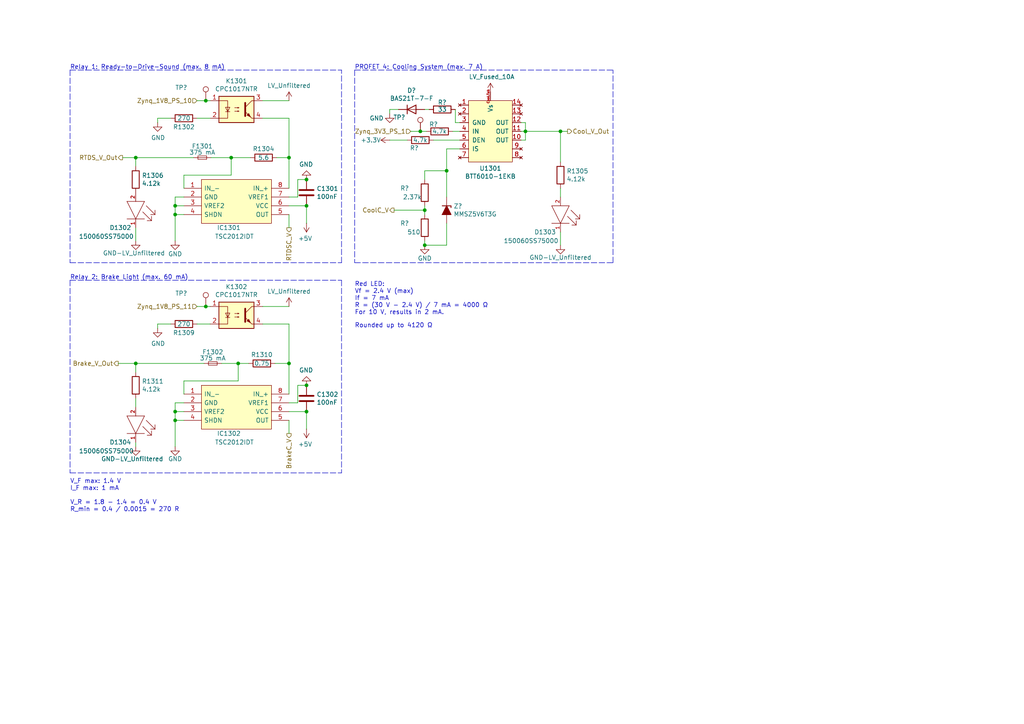
<source format=kicad_sch>
(kicad_sch (version 20231120) (generator "eeschema") (generator_version "8.0")
  (paper "A4")
  (title_block (title "Zynq-Based Master Controller") (date "2020-10-14") (rev "1.0") (company "JFH & SRM"))
  (lib_symbols
    (symbol "Connector:TestPoint" (pin_numbers hide) (pin_names (offset 0.762) hide)
      (property "Reference" "TP" (at 0 6.858 0))
      (property "Value" "TestPoint" (at 0 5.08 0))
      (symbol "TestPoint_0_1"
        (circle (center 0 3.302) (radius 0.762))
      )
      (symbol "TestPoint_1_1"
        (pin passive line (at 0 0 90) (length 2.54) (name "1") (number "1"))
      )
    )
    (symbol "Device:C" (pin_numbers hide) (pin_names (offset 0.254))
      (property "Reference" "C" (at 0.635 2.54 0))
      (property "Value" "C" (at 0.635 -2.54 0))
      (symbol "C_0_1"
        (polyline (pts (xy -2.032 -0.762) (xy 2.032 -0.762)) (stroke (width 0.508)))
        (polyline (pts (xy -2.032 0.762) (xy 2.032 0.762)) (stroke (width 0.508)))
      )
      (symbol "C_1_1"
        (pin passive line (at 0 3.81 270) (length 2.794) (name "~") (number "1"))
        (pin passive line (at 0 -3.81 90) (length 2.794) (name "~") (number "2"))
      )
    )
    (symbol "Device:D_Zener_Filled" (pin_numbers hide) (pin_names (offset 1.016) hide)
      (property "Reference" "D" (at 0 2.54 0))
      (property "Value" "D_Zener_Filled" (at 0 -2.54 0))
      (symbol "D_Zener_Filled_0_1"
        (polyline (pts (xy 1.27 0) (xy -1.27 0)))
        (polyline (pts (xy -1.27 -1.27) (xy -1.27 1.27) (xy -0.762 1.27)) (stroke (width 0.254)))
        (polyline (pts (xy 1.27 -1.27) (xy 1.27 1.27) (xy -1.27 0) (xy 1.27 -1.27)) (stroke (width 0.254)) (fill (type outline)))
      )
      (symbol "D_Zener_Filled_1_1"
        (pin passive line (at -3.81 0 0) (length 2.54) (name "K") (number "1"))
        (pin passive line (at 3.81 0 180) (length 2.54) (name "A") (number "2"))
      )
    )
    (symbol "Device:Fuse_Small" (pin_numbers hide) (pin_names (offset 0.254) hide)
      (property "Reference" "F" (at 0 -1.524 0))
      (property "Value" "Fuse_Small" (at 0 1.524 0))
      (symbol "Fuse_Small_0_1"
        (rectangle (start -1.27 0.508) (end 1.27 -0.508))
        (polyline (pts (xy -1.27 0) (xy 1.27 0)))
      )
      (symbol "Fuse_Small_1_1"
        (pin passive line (at -2.54 0 0) (length 1.27) (name "~") (number "1"))
        (pin passive line (at 2.54 0 180) (length 1.27) (name "~") (number "2"))
      )
    )
    (symbol "Device:R" (pin_numbers hide) (pin_names (offset 0))
      (property "Reference" "R" (at 2.032 0 90))
      (property "Value" "R" (at 0 0 90))
      (symbol "R_0_1"
        (rectangle (start -1.016 -2.54) (end 1.016 2.54) (stroke (width 0.254)))
      )
      (symbol "R_1_1"
        (pin passive line (at 0 3.81 270) (length 1.27) (name "~") (number "1"))
        (pin passive line (at 0 -3.81 90) (length 1.27) (name "~") (number "2"))
      )
    )
    (symbol "Diode:BAS21" (pin_numbers hide) (pin_names hide)
      (property "Reference" "D" (at 0 2.54 0))
      (property "Value" "BAS21" (at 0 -2.54 0))
      (symbol "BAS21_0_1"
        (polyline (pts (xy -1.27 1.27) (xy -1.27 -1.27)) (stroke (width 0.254)))
        (polyline (pts (xy 1.27 0) (xy -1.27 0)))
        (polyline (pts (xy 1.27 1.27) (xy 1.27 -1.27) (xy -1.27 0) (xy 1.27 1.27)) (stroke (width 0.254)))
      )
      (symbol "BAS21_1_1"
        (pin passive line (at 3.81 0 180) (length 2.54) (name "A") (number "1"))
        (pin no_connect line (at -1.27 0 0) (length 2.54) hide (name "NC") (number "2"))
        (pin passive line (at -3.81 0 0) (length 2.54) (name "K") (number "3"))
      )
    )
    (symbol "Vikings_actives:BTT6010-1EKB" (pin_names (offset 1.016))
      (property "Reference" "U" (at 6.35 -21.59 0))
      (property "Value" "BTT6010-1EKB" (at 6.35 -19.05 0))
      (symbol "BTT6010-1EKB_0_1"
        (rectangle (start 0 0) (end 12.7 -17.78) (fill (type background)))
      )
      (symbol "BTT6010-1EKB_1_1"
        (pin no_connect line (at -2.54 -1.27 0) (length 2.54) (name "~") (number "1"))
        (pin passive line (at 15.24 -11.43 180) (length 2.54) (name "OUT") (number "10"))
        (pin power_out line (at 15.24 -8.89 180) (length 2.54) (name "OUT") (number "11"))
        (pin passive line (at 15.24 -6.35 180) (length 2.54) (name "OUT") (number "12"))
        (pin no_connect line (at 15.24 -3.81 180) (length 2.54) (name "~") (number "13"))
        (pin no_connect line (at 15.24 -1.27 180) (length 2.54) (name "~") (number "14"))
        (pin no_connect line (at -2.54 -3.81 0) (length 2.54) (name "~") (number "2"))
        (pin power_in line (at -2.54 -6.35 0) (length 2.54) (name "GND") (number "3"))
        (pin input line (at -2.54 -8.89 0) (length 2.54) (name "IN") (number "4"))
        (pin input line (at -2.54 -11.43 0) (length 2.54) (name "DEN") (number "5"))
        (pin output line (at -2.54 -13.97 0) (length 2.54) (name "IS") (number "6"))
        (pin no_connect line (at -2.54 -16.51 0) (length 2.54) (name "~") (number "7"))
        (pin no_connect line (at 15.24 -16.51 180) (length 2.54) (name "~") (number "8"))
        (pin no_connect line (at 15.24 -13.97 180) (length 2.54) (name "~") (number "9"))
        (pin power_in line (at 6.35 2.54 270) (length 2.54) (name "Vs") (number "Cool.Tab"))
      )
    )
    (symbol "Vikings_actives:CPC1017NTR" (pin_names (offset 0.762))
      (property "Reference" "K" (at 31.75 7.62 0))
      (property "Value" "CPC1017NTR" (at 31.75 5.08 0))
      (symbol "CPC1017NTR_1_1"
        (polyline (pts (xy 4.445 -3.175) (xy 5.715 -3.175)))
        (polyline (pts (xy 10.16 -0.635) (xy 10.16 -4.445) (xy 10.16 -4.445)) (stroke (width 0.508)))
        (polyline (pts (xy 2.54 0) (xy 5.08 0) (xy 5.08 -5.08) (xy 2.54 -5.08)))
        (polyline (pts (xy 5.08 -3.175) (xy 4.445 -1.905) (xy 5.715 -1.905) (xy 5.08 -3.175)))
        (polyline (pts (xy 7.112 -3.048) (xy 8.382 -3.048) (xy 8.001 -3.175) (xy 8.001 -2.921) (xy 8.382 -3.048)))
        (polyline (pts (xy 7.112 -2.032) (xy 8.382 -2.032) (xy 8.001 -2.159) (xy 8.001 -1.905) (xy 8.382 -2.032)))
        (polyline (pts (xy 10.668 -4.191) (xy 11.176 -3.683) (xy 11.684 -4.699) (xy 10.668 -4.191) (xy 10.668 -4.191)) (fill (type outline)))
        (polyline (pts (xy 12.7 0) (xy 12.065 0) (xy 10.16 -1.905) (xy 10.16 -3.175) (xy 12.065 -5.08) (xy 12.7 -5.08)))
        (rectangle (start 2.54 1.27) (end 12.7 -6.35) (stroke (width 0.254)) (fill (type background)))
        (pin passive line (at 0 0 0) (length 2.54) (name "~") (number "1"))
        (pin passive line (at 0 -5.08 0) (length 2.54) (name "~") (number "2"))
        (pin passive line (at 15.24 0 180) (length 2.54) (name "~") (number "3"))
        (pin passive line (at 15.24 -5.08 180) (length 2.54) (name "~") (number "4"))
      )
    )
    (symbol "Vikings_actives:TSC2012IDT" (pin_names (offset 0.762))
      (property "Reference" "IC" (at 26.67 7.62 0))
      (property "Value" "TSC2012IDT" (at 26.67 5.08 0))
      (symbol "TSC2012IDT_0_0"
        (pin passive line (at 0 0 0) (length 5.08) (name "IN_-") (number "1"))
        (pin passive line (at 0 -2.54 0) (length 5.08) (name "GND") (number "2"))
        (pin passive line (at 0 -5.08 0) (length 5.08) (name "VREF2") (number "3"))
        (pin passive line (at 0 -7.62 0) (length 5.08) (name "SHDN") (number "4"))
        (pin passive line (at 30.48 -7.62 180) (length 5.08) (name "OUT") (number "5"))
        (pin passive line (at 30.48 -5.08 180) (length 5.08) (name "VCC") (number "6"))
        (pin passive line (at 30.48 -2.54 180) (length 5.08) (name "VREF1") (number "7"))
        (pin passive line (at 30.48 0 180) (length 5.08) (name "IN_+") (number "8"))
      )
      (symbol "TSC2012IDT_0_1"
        (polyline (pts (xy 5.08 2.54) (xy 25.4 2.54) (xy 25.4 -10.16) (xy 5.08 -10.16) (xy 5.08 2.54)) (fill (type background)))
      )
    )
    (symbol "Vikings_misc:GND-LV_Unfiltered" (power) (pin_names (offset 0))
      (property "Value" "GND-LV_Unfiltered" (at 0 -3.81 0))
      (symbol "GND-LV_Unfiltered_0_1"
        (polyline (pts (xy 0 0) (xy 0 -1.27) (xy 1.27 -1.27) (xy 0 -2.54) (xy -1.27 -1.27) (xy 0 -1.27)))
      )
      (symbol "GND-LV_Unfiltered_1_1"
        (pin power_in line (at 0 0 270) (length 0) hide (name "GND-LV_Unfiltered") (number "1"))
      )
    )
    (symbol "Vikings_misc:LV_Fused-1" (power) (pin_names (offset 0))
      (property "Value" "LV_Fused-1" (at 0 3.556 0))
      (symbol "LV_Fused-1_0_1"
        (polyline (pts (xy -0.762 1.27) (xy 0 2.54)))
        (polyline (pts (xy 0 0) (xy 0 2.54)))
        (polyline (pts (xy 0 2.54) (xy 0.762 1.27)))
      )
      (symbol "LV_Fused-1_1_1"
        (pin power_in line (at 0 0 90) (length 0) hide (name "LV_Fused_10A") (number "1"))
      )
    )
    (symbol "Vikings_misc:LV_Unfiltered" (power) (pin_names (offset 0))
      (property "Value" "LV_Unfiltered" (at 0 5.08 0))
      (symbol "LV_Unfiltered_1_1"
        (polyline (pts (xy -0.762 1.27) (xy 0 2.54)))
        (polyline (pts (xy 0 0) (xy 0 2.54)))
        (polyline (pts (xy 0 2.54) (xy 0.762 1.27)))
        (pin power_in line (at 0 0 90) (length 0) hide (name "LV_Unfiltered") (number "1"))
      )
    )
    (symbol "Vikings_passives:150060SS75000" (pin_names (offset 1.016))
      (property "Reference" "LED" (at 0 10.16 0))
      (property "Value" "150060SS75000" (at 0 12.7 0))
      (symbol "150060SS75000_1_1"
        (polyline (pts (xy 0 -2.54) (xy 5.08 0)))
        (polyline (pts (xy 0 2.54) (xy 0 -2.54)))
        (polyline (pts (xy 0 2.54) (xy 5.08 0)))
        (polyline (pts (xy 1.27 3.048) (xy 3.81 5.588)))
        (polyline (pts (xy 3.048 2.032) (xy 5.588 4.572)))
        (polyline (pts (xy 3.81 5.588) (xy 2.54 5.588)))
        (polyline (pts (xy 3.81 5.588) (xy 3.81 4.318)))
        (polyline (pts (xy 5.08 2.54) (xy 5.08 -2.54)))
        (polyline (pts (xy 5.588 4.572) (xy 4.318 4.572)))
        (polyline (pts (xy 5.588 4.572) (xy 5.588 3.302)))
        (pin passive line (at 7.62 0 180) (length 2.54) (name "CATHODE") (number "1"))
        (pin passive line (at -2.54 0 0) (length 2.54) (name "ANODE") (number "2"))
      )
    )
    (symbol "power:+3.3V" (power) (pin_numbers hide) (pin_names (offset 0) hide)
      (property "Value" "+3.3V" (at 0 3.556 0))
      (symbol "+3.3V_0_1"
        (polyline (pts (xy -0.762 1.27) (xy 0 2.54)))
        (polyline (pts (xy 0 0) (xy 0 2.54)))
        (polyline (pts (xy 0 2.54) (xy 0.762 1.27)))
      )
      (symbol "+3.3V_1_1"
        (pin power_in line (at 0 0 90) (length 0) (name "~") (number "1"))
      )
    )
    (symbol "power:+5V" (power) (pin_numbers hide) (pin_names (offset 0) hide)
      (property "Value" "+5V" (at 0 3.556 0))
      (symbol "+5V_0_1"
        (polyline (pts (xy -0.762 1.27) (xy 0 2.54)))
        (polyline (pts (xy 0 0) (xy 0 2.54)))
        (polyline (pts (xy 0 2.54) (xy 0.762 1.27)))
      )
      (symbol "+5V_1_1"
        (pin power_in line (at 0 0 90) (length 0) (name "~") (number "1"))
      )
    )
    (symbol "power:GND" (power) (pin_numbers hide) (pin_names (offset 0) hide)
      (property "Value" "GND" (at 0 -3.81 0))
      (symbol "GND_0_1"
        (polyline (pts (xy 0 0) (xy 0 -1.27) (xy 1.27 -1.27) (xy 0 -2.54) (xy -1.27 -1.27) (xy 0 -1.27)))
      )
      (symbol "GND_1_1"
        (pin power_in line (at 0 0 270) (length 0) (name "~") (number "1"))
      )
    )
  )
  (junction (at 121.92 38.1))
  (junction (at 50.8 59.69))
  (junction (at 123.19 71.12))
  (junction (at 123.19 60.96))
  (junction (at 83.82 105.41))
  (junction (at 69.088 105.41))
  (junction (at 39.37 45.72))
  (junction (at 88.9 111.76))
  (junction (at 50.8 62.23))
  (junction (at 152.4 38.1))
  (junction (at 39.37 105.41))
  (junction (at 129.54 49.53))
  (junction (at 67.056 45.72))
  (junction (at 162.56 38.1))
  (junction (at 50.8 119.38))
  (junction (at 83.82 45.72))
  (junction (at 88.9 52.07))
  (junction (at 88.9 119.38))
  (junction (at 88.9 59.69))
  (junction (at 59.69 29.21))
  (junction (at 59.69 88.9))
  (junction (at 50.8 121.92))
  (polyline (pts (xy 20.32 81.28) (xy 99.06 81.28)) (stroke (width 0) (type dash)))
  (wire (pts (xy 57.15 29.21) (xy 59.69 29.21)))
  (wire (pts (xy 39.37 115.57) (xy 39.37 118.11)))
  (wire (pts (xy 121.92 38.1) (xy 123.698 38.1)))
  (wire (pts (xy 59.69 29.21) (xy 60.96 29.21)))
  (polyline (pts (xy 102.87 20.32) (xy 177.8 20.32)) (stroke (width 0) (type dash)))
  (wire (pts (xy 113.03 31.75) (xy 113.03 33.02)))
  (wire (pts (xy 50.8 121.92) (xy 50.8 129.54)))
  (wire (pts (xy 64.262 105.41) (xy 69.088 105.41)))
  (wire (pts (xy 123.19 59.69) (xy 123.19 60.96)))
  (wire (pts (xy 53.34 116.84) (xy 50.8 116.84)))
  (wire (pts (xy 50.8 62.23) (xy 50.8 59.69)))
  (wire (pts (xy 83.82 93.98) (xy 83.82 105.41)))
  (wire (pts (xy 125.73 40.64) (xy 133.35 40.64)))
  (wire (pts (xy 39.37 45.72) (xy 35.56 45.72)))
  (polyline (pts (xy 20.32 137.16) (xy 99.06 137.16)) (stroke (width 0) (type dash)))
  (wire (pts (xy 60.96 34.29) (xy 57.15 34.29)))
  (wire (pts (xy 162.56 38.1) (xy 164.592 38.1)))
  (wire (pts (xy 56.134 45.72) (xy 39.37 45.72)))
  (wire (pts (xy 69.088 110.49) (xy 53.34 110.49)))
  (wire (pts (xy 50.8 116.84) (xy 50.8 119.38)))
  (wire (pts (xy 83.82 105.41) (xy 79.756 105.41)))
  (wire (pts (xy 83.82 45.72) (xy 80.264 45.72)))
  (wire (pts (xy 124.46 31.75) (xy 123.19 31.75)))
  (wire (pts (xy 151.13 40.64) (xy 152.4 40.64)))
  (wire (pts (xy 39.37 48.26) (xy 39.37 45.72)))
  (wire (pts (xy 69.088 105.41) (xy 69.088 110.49)))
  (polyline (pts (xy 20.32 20.32) (xy 20.32 76.2)) (stroke (width 0) (type dash)))
  (wire (pts (xy 83.82 57.15) (xy 86.36 57.15)))
  (wire (pts (xy 76.2 34.29) (xy 83.82 34.29)))
  (polyline (pts (xy 20.32 76.2) (xy 99.06 76.2)) (stroke (width 0) (type dash)))
  (wire (pts (xy 113.03 40.64) (xy 118.11 40.64)))
  (wire (pts (xy 49.53 34.29) (xy 45.72 34.29)))
  (wire (pts (xy 50.8 62.23) (xy 50.8 69.85)))
  (wire (pts (xy 67.056 45.72) (xy 72.644 45.72)))
  (wire (pts (xy 83.82 59.69) (xy 88.9 59.69)))
  (wire (pts (xy 67.056 50.8) (xy 53.34 50.8)))
  (wire (pts (xy 86.36 52.07) (xy 88.9 52.07)))
  (wire (pts (xy 162.56 38.1) (xy 162.56 46.99)))
  (wire (pts (xy 60.96 93.98) (xy 57.15 93.98)))
  (wire (pts (xy 132.08 35.56) (xy 132.08 31.75)))
  (wire (pts (xy 67.056 45.72) (xy 67.056 50.8)))
  (wire (pts (xy 115.57 31.75) (xy 113.03 31.75)))
  (wire (pts (xy 59.69 88.9) (xy 60.96 88.9)))
  (wire (pts (xy 152.4 38.1) (xy 151.13 38.1)))
  (wire (pts (xy 162.56 71.12) (xy 162.56 67.31)))
  (wire (pts (xy 83.82 62.23) (xy 83.82 66.04)))
  (wire (pts (xy 83.82 116.84) (xy 86.36 116.84)))
  (wire (pts (xy 83.82 119.38) (xy 88.9 119.38)))
  (wire (pts (xy 34.29 105.41) (xy 39.37 105.41)))
  (wire (pts (xy 86.36 111.76) (xy 88.9 111.76)))
  (polyline (pts (xy 99.06 76.2) (xy 99.06 20.32)) (stroke (width 0) (type dash)))
  (wire (pts (xy 50.8 119.38) (xy 53.34 119.38)))
  (wire (pts (xy 88.9 119.38) (xy 88.9 124.46)))
  (polyline (pts (xy 99.06 81.28) (xy 99.06 137.16)) (stroke (width 0) (type dash)))
  (wire (pts (xy 53.34 121.92) (xy 50.8 121.92)))
  (wire (pts (xy 86.36 116.84) (xy 86.36 111.76)))
  (wire (pts (xy 69.088 105.41) (xy 72.136 105.41)))
  (wire (pts (xy 129.54 71.12) (xy 123.19 71.12)))
  (wire (pts (xy 123.19 69.85) (xy 123.19 71.12)))
  (wire (pts (xy 50.8 121.92) (xy 50.8 119.38)))
  (wire (pts (xy 86.36 57.15) (xy 86.36 52.07)))
  (wire (pts (xy 53.34 50.8) (xy 53.34 54.61)))
  (wire (pts (xy 76.2 29.21) (xy 83.82 29.21)))
  (polyline (pts (xy 177.8 76.2) (xy 177.8 20.32)) (stroke (width 0) (type dash)))
  (wire (pts (xy 61.214 45.72) (xy 67.056 45.72)))
  (wire (pts (xy 152.4 40.64) (xy 152.4 38.1)))
  (wire (pts (xy 45.72 34.29) (xy 45.72 35.56)))
  (wire (pts (xy 53.34 57.15) (xy 50.8 57.15)))
  (polyline (pts (xy 102.87 76.2) (xy 177.8 76.2)) (stroke (width 0) (type dash)))
  (wire (pts (xy 57.15 88.9) (xy 59.69 88.9)))
  (wire (pts (xy 152.4 38.1) (xy 162.56 38.1)))
  (wire (pts (xy 50.8 57.15) (xy 50.8 59.69)))
  (wire (pts (xy 83.82 121.92) (xy 83.82 125.73)))
  (wire (pts (xy 123.19 49.53) (xy 129.54 49.53)))
  (wire (pts (xy 129.54 49.53) (xy 129.54 57.15)))
  (wire (pts (xy 49.53 93.98) (xy 45.72 93.98)))
  (wire (pts (xy 50.8 59.69) (xy 53.34 59.69)))
  (wire (pts (xy 39.37 128.27) (xy 39.37 129.54)))
  (wire (pts (xy 53.34 110.49) (xy 53.34 114.3)))
  (wire (pts (xy 83.82 45.72) (xy 83.82 54.61)))
  (wire (pts (xy 76.2 93.98) (xy 83.82 93.98)))
  (wire (pts (xy 162.56 54.61) (xy 162.56 57.15)))
  (wire (pts (xy 119.126 38.1) (xy 121.92 38.1)))
  (polyline (pts (xy 20.32 81.28) (xy 20.32 137.16)) (stroke (width 0) (type dash)))
  (wire (pts (xy 123.19 60.96) (xy 123.19 62.23)))
  (wire (pts (xy 39.37 69.85) (xy 39.37 66.04)))
  (wire (pts (xy 123.19 52.07) (xy 123.19 49.53)))
  (wire (pts (xy 129.54 43.18) (xy 133.35 43.18)))
  (wire (pts (xy 83.82 34.29) (xy 83.82 45.72)))
  (wire (pts (xy 39.37 107.95) (xy 39.37 105.41)))
  (wire (pts (xy 114.3 60.96) (xy 123.19 60.96)))
  (wire (pts (xy 152.4 35.56) (xy 152.4 38.1)))
  (wire (pts (xy 88.9 59.69) (xy 88.9 64.77)))
  (wire (pts (xy 131.318 38.1) (xy 133.35 38.1)))
  (wire (pts (xy 76.2 88.9) (xy 83.82 88.9)))
  (wire (pts (xy 151.13 35.56) (xy 152.4 35.56)))
  (polyline (pts (xy 102.87 20.32) (xy 102.87 76.2)) (stroke (width 0) (type dash)))
  (wire (pts (xy 129.54 64.77) (xy 129.54 71.12)))
  (wire (pts (xy 45.72 93.98) (xy 45.72 95.25)))
  (wire (pts (xy 83.82 105.41) (xy 83.82 114.3)))
  (wire (pts (xy 39.37 105.41) (xy 59.182 105.41)))
  (polyline (pts (xy 20.32 20.32) (xy 99.06 20.32)) (stroke (width 0) (type dash)))
  (wire (pts (xy 129.54 49.53) (xy 129.54 43.18)))
  (wire (pts (xy 53.34 62.23) (xy 50.8 62.23)))
  (wire (pts (xy 133.35 35.56) (xy 132.08 35.56)))
  (text "Relay 1: Ready-to-Drive-Sound (max. 8 mA)" (at 20.32 20.32 0) (effects (font (size 1.27 1.27)) (justify left bottom)))
  (text "PROFET 4: Cooling System (max. 7 A)" (at 102.87 20.32 0) (effects (font (size 1.27 1.27)) (justify left bottom)))
  (text "Rounded up to 4120 Ω" (at 102.87 95.25 0) (effects (font (size 1.27 1.27)) (justify left bottom)))
  (text "Red LED:\nVf = 2.4 V (max)\nIf = 7 mA\nR = (30 V - 2.4 V) / 7 mA = 4000 Ω\nFor 10 V, results in 2 mA." (at 102.87 91.44 0) (effects (font (size 1.27 1.27)) (justify left bottom)))
  (text "Relay 2: Brake Light (max. 60 mA)" (at 20.32 81.28 0) (effects (font (size 1.27 1.27)) (justify left bottom)))
  (text "V_F max: 1.4 V\nI_F max: 1 mA\n\nV_R = 1.8 - 1.4 = 0.4 V\nR_min = 0.4 / 0.0015 = 270 R" (at 20.32 148.59 0) (effects (font (size 1.27 1.27)) (justify left bottom)))
  (hierarchical_label "RTDSC_V" (shape output) (at 83.82 66.04 270))
  (hierarchical_label "CoolC_V" (shape output) (at 114.3 60.96 180))
  (hierarchical_label "Zynq_3V3_PS_1" (shape input) (at 119.126 38.1 180))
  (hierarchical_label "BrakeC_V" (shape output) (at 83.82 125.73 270))
  (hierarchical_label "RTDS_V_Out" (shape output) (at 35.56 45.72 180))
  (hierarchical_label "Cool_V_Out" (shape output) (at 164.592 38.1 0))
  (hierarchical_label "Zynq_1V8_PS_10" (shape input) (at 57.15 29.21 180))
  (hierarchical_label "Zynq_1V8_PS_11" (shape input) (at 57.15 88.9 180))
  (hierarchical_label "Brake_V_Out" (shape output) (at 34.29 105.41 180))
  (symbol (lib_id "Vikings_misc:LV_Unfiltered") (at 83.82 29.21 0) (unit 1)
    (property "Reference" "#PWR0415" (effects (hide yes)))
    (property "Value" "LV_Unfiltered" (at 83.82 24.8158 0))
  )
  (symbol (lib_id "Vikings_misc:LV_Unfiltered") (at 83.82 88.9 0) (unit 1)
    (property "Reference" "#PWR0416" (effects (hide yes)))
    (property "Value" "LV_Unfiltered" (at 83.82 84.5058 0))
  )
  (symbol (lib_id "Device:R") (at 162.56 50.8 0) (unit 1)
    (property "Reference" "R1305" (at 164.338 49.6316 0) (effects (justify left)))
    (property "Value" "4.12k" (at 164.338 51.943 0) (effects (justify left)))
    (property "Footprint" "Resistor_SMD:R_0805_2012Metric" (effects (hide yes)))
  )
  (symbol (lib_id "Vikings_passives:150060SS75000") (at 162.56 59.69 270) (unit 1)
    (property "Reference" "D1303" (at 154.94 67.31 90) (effects (justify left)))
    (property "Value" "150060SS75000" (at 146.05 69.85 90) (effects (justify left)))
    (property "Footprint" "Vikings_devices:Wurth_150060SS75000" (effects (hide yes)))
    (property "Datasheet" "http://katalog.we-online.com/led/datasheet/150060SS75000.pdf" (effects (hide yes)))
    (property "Color" "Red" (effects (hide yes)))
    (property "Component Link 1 Description" "Manufacturer URL" (effects (hide yes)))
    (property "Component Link 1 URL" "http://www.we-online.com" (effects (hide yes)))
    (property "category" "UNK" (effects (hide yes)))
    (property "ciiva ids" "12518860" (effects (hide yes)))
    (property "library id" "c86f0b01d77e687a" (effects (hide yes)))
    (property "manufacturer" "Wuerth Elektronik" (effects (hide yes)))
    (property "package" "0603_A" (effects (hide yes)))
    (property "release date" "1421305860" (effects (hide yes)))
    (property "vault revision" "5144AC10-0A10-433C-B4D0-D5D668B210EE" (effects (hide yes)))
    (property "imported" "yes" (effects (hide yes)))
  )
  (symbol (lib_id "Device:Fuse_Small") (at 61.722 105.41 0) (unit 1)
    (property "Reference" "F1302" (at 61.722 102.108 0))
    (property "Value" "375 mA" (at 61.722 103.886 0))
    (property "Footprint" "Vikings_devices:Littlefuse_Nano_Clip" (effects (hide yes)))
    (property "Datasheet" "https://m.littelfuse.com/~/media/electronics/datasheets/fuses/littelfuse_fuse_157_datasheet.pdf.pdf" (effects (hide yes)))
    (property "Manufacturer" "Littelfuse" (effects (hide yes)))
    (property "Man. Part No." "0157.375DR" (effects (hide yes)))
  )
  (symbol (lib_id "Device:R") (at 39.37 52.07 0) (unit 1)
    (property "Reference" "R1306" (at 41.148 50.9016 0) (effects (justify left)))
    (property "Value" "4.12k" (at 41.148 53.213 0) (effects (justify left)))
    (property "Footprint" "Resistor_SMD:R_0805_2012Metric" (effects (hide yes)))
  )
  (symbol (lib_id "Vikings_passives:150060SS75000") (at 39.37 58.42 270) (unit 1)
    (property "Reference" "D1302" (at 31.75 66.04 90) (effects (justify left)))
    (property "Value" "150060SS75000" (at 22.86 68.58 90) (effects (justify left)))
    (property "Footprint" "Vikings_devices:Wurth_150060SS75000" (effects (hide yes)))
    (property "Datasheet" "http://katalog.we-online.com/led/datasheet/150060SS75000.pdf" (effects (hide yes)))
    (property "Color" "Red" (effects (hide yes)))
    (property "Component Link 1 Description" "Manufacturer URL" (effects (hide yes)))
    (property "Component Link 1 URL" "http://www.we-online.com" (effects (hide yes)))
    (property "category" "UNK" (effects (hide yes)))
    (property "ciiva ids" "12518860" (effects (hide yes)))
    (property "library id" "c86f0b01d77e687a" (effects (hide yes)))
    (property "manufacturer" "Wuerth Elektronik" (effects (hide yes)))
    (property "package" "0603_A" (effects (hide yes)))
    (property "release date" "1421305860" (effects (hide yes)))
    (property "vault revision" "5144AC10-0A10-433C-B4D0-D5D668B210EE" (effects (hide yes)))
    (property "imported" "yes" (effects (hide yes)))
  )
  (symbol (lib_id "Device:R") (at 121.92 40.64 270) (unit 1)
    (property "Reference" "R?" (at 118.872 42.926 90) (effects (justify left)))
    (property "Value" "4.7k" (at 119.761 40.64 90) (effects (justify left)))
    (property "Footprint" "Resistor_SMD:R_0603_1608Metric" (effects (hide yes)))
    (instances (project "" (path "" (reference "R?") (unit 1)) (path "" (reference "R1303") (unit 1))))
  )
  (symbol (lib_id "Device:R") (at 39.37 111.76 0) (unit 1)
    (property "Reference" "R1311" (at 41.148 110.5916 0) (effects (justify left)))
    (property "Value" "4.12k" (at 41.148 112.903 0) (effects (justify left)))
    (property "Footprint" "Resistor_SMD:R_0805_2012Metric" (effects (hide yes)))
  )
  (symbol (lib_id "Vikings_passives:150060SS75000") (at 39.37 120.65 270) (unit 1)
    (property "Reference" "D1304" (at 31.75 128.27 90) (effects (justify left)))
    (property "Value" "150060SS75000" (at 22.86 130.81 90) (effects (justify left)))
    (property "Footprint" "Vikings_devices:Wurth_150060SS75000" (effects (hide yes)))
    (property "Datasheet" "http://katalog.we-online.com/led/datasheet/150060SS75000.pdf" (effects (hide yes)))
    (property "Color" "Red" (effects (hide yes)))
    (property "Component Link 1 Description" "Manufacturer URL" (effects (hide yes)))
    (property "Component Link 1 URL" "http://www.we-online.com" (effects (hide yes)))
    (property "category" "UNK" (effects (hide yes)))
    (property "ciiva ids" "12518860" (effects (hide yes)))
    (property "library id" "c86f0b01d77e687a" (effects (hide yes)))
    (property "manufacturer" "Wuerth Elektronik" (effects (hide yes)))
    (property "package" "0603_A" (effects (hide yes)))
    (property "release date" "1421305860" (effects (hide yes)))
    (property "vault revision" "5144AC10-0A10-433C-B4D0-D5D668B210EE" (effects (hide yes)))
    (property "imported" "yes" (effects (hide yes)))
  )
  (symbol (lib_id "Connector:TestPoint") (at 59.69 29.21 0) (unit 1)
    (property "Reference" "TP?" (at 50.8 25.4 0) (effects (justify left)))
    (property "Value" "TestPoint" (effects (hide yes)))
    (property "Footprint" "TestPoint:TestPoint_Pad_1.0x1.0mm" (effects (hide yes)))
    (instances (project "" (path "" (reference "TP?") (unit 1)) (path "" (reference "TP1301") (unit 1))))
  )
  (symbol (lib_id "Connector:TestPoint") (at 59.69 88.9 0) (unit 1)
    (property "Reference" "TP?" (at 50.8 85.09 0) (effects (justify left)))
    (property "Value" "TestPoint" (effects (hide yes)))
    (property "Footprint" "TestPoint:TestPoint_Pad_1.0x1.0mm" (effects (hide yes)))
    (instances (project "" (path "" (reference "TP?") (unit 1)) (path "" (reference "TP1303") (unit 1))))
  )
  (symbol (lib_id "Connector:TestPoint") (at 121.92 38.1 0) (unit 1)
    (property "Reference" "TP?" (at 114.046 34.036 0) (effects (justify left)))
    (property "Value" "TestPoint" (effects (hide yes)))
    (property "Footprint" "TestPoint:TestPoint_Pad_1.0x1.0mm" (effects (hide yes)))
    (instances (project "" (path "" (reference "TP?") (unit 1)) (path "" (reference "TP1302") (unit 1))))
  )
  (symbol (lib_id "Device:R") (at 127.508 38.1 270) (unit 1)
    (property "Reference" "R?" (at 124.46 36.068 90) (effects (justify left)))
    (property "Value" "4.7k" (at 125.349 38.1 90) (effects (justify left)))
    (property "Footprint" "Resistor_SMD:R_0603_1608Metric" (effects (hide yes)))
    (instances (project "" (path "" (reference "R?") (unit 1)) (path "" (reference "R1312") (unit 1))))
  )
  (symbol (lib_id "Vikings_misc:LV_Fused-1") (at 142.24 26.67 0) (unit 1)
    (property "Reference" "#PWR0167" (effects (hide yes)))
    (property "Value" "LV_Fused_10A" (at 142.621 22.2758 0))
  )
  (symbol (lib_id "Vikings_misc:GND-LV_Unfiltered") (at 162.56 71.12 0) (unit 1)
    (property "Reference" "#PWR0396" (effects (hide yes)))
    (property "Value" "GND-LV_Unfiltered" (at 162.56 74.676 0))
  )
  (symbol (lib_id "Vikings_misc:GND-LV_Unfiltered") (at 39.37 69.85 0) (unit 1)
    (property "Reference" "#PWR0460" (effects (hide yes)))
    (property "Value" "GND-LV_Unfiltered" (at 38.862 73.406 0))
  )
  (symbol (lib_id "Vikings_misc:GND-LV_Unfiltered") (at 39.37 129.54 0) (unit 1)
    (property "Reference" "#PWR0500" (effects (hide yes)))
    (property "Value" "GND-LV_Unfiltered" (at 38.354 133.096 0))
  )
  (symbol (lib_id "Device:Fuse_Small") (at 58.674 45.72 0) (unit 1)
    (property "Reference" "F1301" (at 58.674 42.418 0))
    (property "Value" "375 mA" (at 58.674 44.196 0))
    (property "Footprint" "Vikings_devices:Littlefuse_Nano_Clip" (effects (hide yes)))
    (property "Datasheet" "https://m.littelfuse.com/~/media/electronics/datasheets/fuses/littelfuse_fuse_157_datasheet.pdf.pdf" (effects (hide yes)))
    (property "Manufacturer" "Littelfuse" (effects (hide yes)))
    (property "Man. Part No." "0157.375DR" (effects (hide yes)))
  )
  (symbol (lib_id "Vikings_actives:BTT6010-1EKB") (at 135.89 29.21 0) (unit 1)
    (property "Reference" "U1301" (at 142.24 48.8442 0))
    (property "Value" "BTT6010-1EKB" (at 142.24 51.1556 0))
    (property "Footprint" "Vikings_devices:PG-DSO-14-47" (effects (hide yes)))
    (property "Datasheet" "https://docs.rs-online.com/1df8/0900766b815790fa.pdf" (effects (hide yes)))
  )
  (symbol (lib_id "power:+3.3V") (at 113.03 40.64 90) (unit 1)
    (property "Reference" "#PWR?" (effects (hide yes)))
    (property "Value" "+3.3V" (at 110.49 40.64 90) (effects (justify left)))
    (instances (project "" (path "" (reference "#PWR?") (unit 1)) (path "" (reference "#PWR0404") (unit 1))))
  )
  (symbol (lib_id "power:GND") (at 123.19 71.12 0) (unit 1)
    (property "Reference" "#PWR?" (effects (hide yes)))
    (property "Value" "GND" (at 123.19 74.93 0))
    (instances (project "" (path "" (reference "#PWR?") (unit 1)) (path "" (reference "#PWR0405") (unit 1))))
  )
  (symbol (lib_id "Device:D_Zener_Filled") (at 129.54 60.96 270) (unit 1)
    (property "Reference" "Z?" (at 131.572 59.7916 90) (effects (justify left)))
    (property "Value" "MMSZ5V6T3G" (at 131.572 62.103 90) (effects (justify left)))
    (property "Footprint" "Diode_SMD:D_SOD-123" (effects (hide yes)))
    (property "Description" "Zener diode, filled shape" (effects (hide yes)))
    (instances (project "" (path "" (reference "Z?") (unit 1)) (path "" (reference "Z1301") (unit 1))))
  )
  (symbol (lib_id "Device:R") (at 123.19 55.88 0) (unit 1)
    (property "Reference" "R?" (at 116.078 54.61 0) (effects (justify left)))
    (property "Value" "2.37k" (at 116.84 57.15 0) (effects (justify left)))
    (property "Footprint" "Resistor_SMD:R_0603_1608Metric" (effects (hide yes)))
    (instances (project "" (path "" (reference "R?") (unit 1)) (path "" (reference "R1307") (unit 1))))
  )
  (symbol (lib_id "Device:R") (at 123.19 66.04 0) (unit 1)
    (property "Reference" "R?" (at 116.078 64.77 0) (effects (justify left)))
    (property "Value" "510" (at 118.11 67.31 0) (effects (justify left)))
    (property "Footprint" "Resistor_SMD:R_0603_1608Metric" (effects (hide yes)))
    (instances (project "" (path "" (reference "R?") (unit 1)) (path "" (reference "R1308") (unit 1))))
  )
  (symbol (lib_id "Vikings_actives:CPC1017NTR") (at 60.96 29.21 0) (unit 1)
    (property "Reference" "K1301" (at 68.58 23.495 0))
    (property "Value" "CPC1017NTR" (at 68.58 25.8064 0))
    (property "Footprint" "Vikings_devices:CPC1017N" (effects (hide yes)))
    (property "Datasheet" "http://www.ixysic.com/home/pdfs.nsf/www/CPC1017N.pdf/$file/CPC1017N.pdf" (effects (hide yes)))
    (property "Description" "IXYS SEMICONDUCTOR - CPC1017NTR - IC,Normally-Open PC-Mount Solid-State Relay,1-CHANNEL,SO 09J1947" (effects (hide yes)))
    (property "Height" "2.159" (effects (hide yes)))
    (property "Manufacturer_Name" "IXYS SEMICONDUCTOR" (effects (hide yes)))
    (property "Manufacturer_Part_Number" "CPC1017NTR" (effects (hide yes)))
    (property "Arrow Part Number" "CPC1017NTR" (effects (hide yes)))
    (property "Arrow Price/Stock" "https://www.arrow.com/en/products/cpc1017ntr/ixys" (effects (hide yes)))
    (property "Mouser Part Number" "849-CPC1017NTR" (effects (hide yes)))
    (property "Mouser Price/Stock" "https://www.mouser.co.uk/ProductDetail/IXYS-Integrated-Circuits/CPC1017NTR?qs=h2iAtNzNjMRlYN6IF%252Bl9JA%3D%3D" (effects (hide yes)))
  )
  (symbol (lib_id "Device:R") (at 53.34 34.29 270) (unit 1)
    (property "Reference" "R1302" (at 53.34 36.83 90))
    (property "Value" "270" (at 53.34 34.29 90))
    (property "Footprint" "Resistor_SMD:R_0603_1608Metric" (effects (hide yes)))
  )
  (symbol (lib_id "power:GND") (at 45.72 35.56 0) (unit 1)
    (property "Reference" "#PWR0406" (effects (hide yes)))
    (property "Value" "GND" (at 45.847 39.9542 0))
  )
  (symbol (lib_id "Device:R") (at 76.454 45.72 270) (unit 1)
    (property "Reference" "R1304" (at 76.454 43.18 90))
    (property "Value" "5.6" (at 76.454 45.72 90))
    (property "Footprint" "Resistor_SMD:R_0603_1608Metric" (effects (hide yes)))
    (property "Datasheet" "https://www.mouser.dk/datasheet/2/315/AOA0000C313-1141758.pdf" (effects (hide yes)))
    (property "Name" "ERJ-3RQF5R6V" (effects (hide yes)))
  )
  (symbol (lib_id "Vikings_actives:TSC2012IDT") (at 53.34 54.61 0) (unit 1)
    (property "Reference" "IC1301" (at 69.85 66.04 0) (effects (justify right)))
    (property "Value" "TSC2012IDT" (at 73.66 68.58 0) (effects (justify right)))
    (property "Footprint" "Vikings_devices:TSC2012IDT" (effects (hide yes)))
    (property "Datasheet" "https://www.mouser.com/datasheet/2/389/dm00630955-1799526.pdf" (effects (hide yes)))
    (property "Description" "Current Sense Amplifiers CONDITIONING & INTERFACES" (effects (hide yes)))
    (property "Height" "1.75" (effects (hide yes)))
    (property "Manufacturer_Name" "STMicroelectronics" (effects (hide yes)))
    (property "Manufacturer_Part_Number" "TSC2012IDT" (effects (hide yes)))
    (property "Arrow Part Number" "TSC2012IDT" (effects (hide yes)))
    (property "Arrow Price/Stock" "https://www.arrow.com/en/products/tsc2012idt/stmicroelectronics" (effects (hide yes)))
    (property "Mouser Part Number" "511-TSC2012IDT" (effects (hide yes)))
    (property "Mouser Price/Stock" "https://www.mouser.co.uk/ProductDetail/STMicroelectronics/TSC2012IDT?qs=%252B6g0mu59x7KSqOHhuXDI4w%3D%3D" (effects (hide yes)))
  )
  (symbol (lib_id "power:GND") (at 50.8 69.85 0) (unit 1)
    (property "Reference" "#PWR0407" (effects (hide yes)))
    (property "Value" "GND" (at 50.8 73.66 0))
  )
  (symbol (lib_id "Device:C") (at 88.9 55.88 180) (unit 1)
    (property "Reference" "C1301" (at 91.821 54.7116 0) (effects (justify right)))
    (property "Value" "100nF" (at 91.821 57.023 0) (effects (justify right)))
    (property "Footprint" "Capacitor_SMD:C_0603_1608Metric" (effects (hide yes)))
  )
  (symbol (lib_id "power:GND") (at 88.9 52.07 180) (unit 1)
    (property "Reference" "#PWR0408" (effects (hide yes)))
    (property "Value" "GND" (at 88.773 47.6758 0))
  )
  (symbol (lib_id "Vikings_actives:CPC1017NTR") (at 60.96 88.9 0) (unit 1)
    (property "Reference" "K1302" (at 68.58 83.185 0))
    (property "Value" "CPC1017NTR" (at 68.58 85.4964 0))
    (property "Footprint" "Vikings_devices:CPC1017N" (effects (hide yes)))
    (property "Datasheet" "http://www.ixysic.com/home/pdfs.nsf/www/CPC1017N.pdf/$file/CPC1017N.pdf" (effects (hide yes)))
    (property "Description" "IXYS SEMICONDUCTOR - CPC1017NTR - IC,Normally-Open PC-Mount Solid-State Relay,1-CHANNEL,SO 09J1947" (effects (hide yes)))
    (property "Height" "2.159" (effects (hide yes)))
    (property "Manufacturer_Name" "IXYS SEMICONDUCTOR" (effects (hide yes)))
    (property "Manufacturer_Part_Number" "CPC1017NTR" (effects (hide yes)))
    (property "Arrow Part Number" "CPC1017NTR" (effects (hide yes)))
    (property "Arrow Price/Stock" "https://www.arrow.com/en/products/cpc1017ntr/ixys" (effects (hide yes)))
    (property "Mouser Part Number" "849-CPC1017NTR" (effects (hide yes)))
    (property "Mouser Price/Stock" "https://www.mouser.co.uk/ProductDetail/IXYS-Integrated-Circuits/CPC1017NTR?qs=h2iAtNzNjMRlYN6IF%252Bl9JA%3D%3D" (effects (hide yes)))
  )
  (symbol (lib_id "Device:R") (at 53.34 93.98 270) (unit 1)
    (property "Reference" "R1309" (at 53.34 96.52 90))
    (property "Value" "270" (at 53.34 93.98 90))
    (property "Footprint" "Resistor_SMD:R_0603_1608Metric" (effects (hide yes)))
  )
  (symbol (lib_id "power:GND") (at 45.72 95.25 0) (unit 1)
    (property "Reference" "#PWR0409" (effects (hide yes)))
    (property "Value" "GND" (at 45.847 99.6442 0))
  )
  (symbol (lib_id "Vikings_actives:TSC2012IDT") (at 53.34 114.3 0) (unit 1)
    (property "Reference" "IC1302" (at 69.85 125.73 0) (effects (justify right)))
    (property "Value" "TSC2012IDT" (at 73.66 128.27 0) (effects (justify right)))
    (property "Footprint" "Vikings_devices:TSC2012IDT" (effects (hide yes)))
    (property "Datasheet" "https://www.mouser.com/datasheet/2/389/dm00630955-1799526.pdf" (effects (hide yes)))
    (property "Description" "Current Sense Amplifiers CONDITIONING & INTERFACES" (effects (hide yes)))
    (property "Height" "1.75" (effects (hide yes)))
    (property "Manufacturer_Name" "STMicroelectronics" (effects (hide yes)))
    (property "Manufacturer_Part_Number" "TSC2012IDT" (effects (hide yes)))
    (property "Arrow Part Number" "TSC2012IDT" (effects (hide yes)))
    (property "Arrow Price/Stock" "https://www.arrow.com/en/products/tsc2012idt/stmicroelectronics" (effects (hide yes)))
    (property "Mouser Part Number" "511-TSC2012IDT" (effects (hide yes)))
    (property "Mouser Price/Stock" "https://www.mouser.co.uk/ProductDetail/STMicroelectronics/TSC2012IDT?qs=%252B6g0mu59x7KSqOHhuXDI4w%3D%3D" (effects (hide yes)))
  )
  (symbol (lib_id "power:GND") (at 50.8 129.54 0) (unit 1)
    (property "Reference" "#PWR0410" (effects (hide yes)))
    (property "Value" "GND" (at 50.8 133.096 0))
  )
  (symbol (lib_id "Device:C") (at 88.9 115.57 180) (unit 1)
    (property "Reference" "C1302" (at 91.821 114.4016 0) (effects (justify right)))
    (property "Value" "100nF" (at 91.821 116.713 0) (effects (justify right)))
    (property "Footprint" "Capacitor_SMD:C_0603_1608Metric" (effects (hide yes)))
  )
  (symbol (lib_id "power:GND") (at 88.9 111.76 180) (unit 1)
    (property "Reference" "#PWR0411" (effects (hide yes)))
    (property "Value" "GND" (at 88.773 107.3658 0))
  )
  (symbol (lib_id "Device:R") (at 75.946 105.41 270) (unit 1)
    (property "Reference" "R1310" (at 75.946 102.87 90))
    (property "Value" "0.75" (at 75.946 105.41 90))
    (property "Footprint" "Resistor_SMD:R_0805_2012Metric" (effects (hide yes)))
    (property "Datasheet" "https://www.mouser.dk/datasheet/2/54/CRL-764981.pdf" (effects (hide yes)))
    (property "Name" "CRL0805-FW-R750ELF" (effects (hide yes)))
  )
  (symbol (lib_id "Device:R") (at 128.27 31.75 270) (unit 1)
    (property "Reference" "R?" (at 128.27 29.718 90))
    (property "Value" "33" (at 128.27 31.75 90))
    (property "Footprint" "Resistor_SMD:R_0603_1608Metric" (effects (hide yes)))
    (instances (project "" (path "" (reference "R?") (unit 1)) (path "" (reference "R1301") (unit 1))))
  )
  (symbol (lib_id "power:GND") (at 113.03 33.02 0) (unit 1)
    (property "Reference" "#PWR?" (effects (hide yes)))
    (property "Value" "GND" (at 109.22 34.29 0))
    (instances (project "" (path "" (reference "#PWR?") (unit 1)) (path "" (reference "#PWR0412") (unit 1))))
  )
  (symbol (lib_id "Diode:BAS21") (at 119.38 31.75 0) (unit 1)
    (property "Reference" "D?" (at 119.38 26.2382 0))
    (property "Value" "BAS21T-7-F" (at 119.38 28.5496 0))
    (property "Footprint" "Package_TO_SOT_SMD:SOT-23" (effects (hide yes)))
    (property "Datasheet" "https://www.diodes.com/assets/Datasheets/Ds12004.pdf" (effects (hide yes)))
    (instances (project "" (path "" (reference "D?") (unit 1)) (path "" (reference "D1301") (unit 1))))
  )
  (symbol (lib_id "power:+5V") (at 88.9 64.77 180) (unit 1)
    (property "Reference" "#PWR0413" (effects (hide yes)))
    (property "Value" "+5V" (at 88.519 69.1642 0))
  )
  (symbol (lib_id "power:+5V") (at 88.9 124.46 180) (unit 1)
    (property "Reference" "#PWR0414" (effects (hide yes)))
    (property "Value" "+5V" (at 88.519 128.8542 0))
  )
)
</source>
